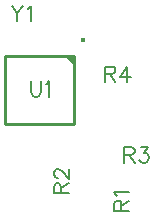
<source format=gto>
G04 DipTrace 3.3.1.1*
G04 TopSilk.gto*
%MOIN*%
G04 #@! TF.FileFunction,Legend,Top*
G04 #@! TF.Part,Single*
%ADD10C,0.009843*%
%ADD20O,0.016422X0.016542*%
%ADD44C,0.00772*%
%FSLAX26Y26*%
G04*
G70*
G90*
G75*
G01*
G04 TopSilk*
%LPD*%
X976928Y936257D2*
D10*
X748564D1*
Y707933D1*
X976928D1*
Y936257D1*
D20*
X1008043Y987910D3*
G36*
X976928Y936257D2*
X945435D1*
X976928Y904764D1*
Y936257D1*
G37*
X1135673Y419486D2*
D44*
Y440986D1*
X1133241Y448171D1*
X1130865Y450603D1*
X1126112Y452980D1*
X1121303D1*
X1116550Y450603D1*
X1114118Y448171D1*
X1111741Y440986D1*
Y419486D1*
X1161981D1*
X1135673Y436233D2*
X1161981Y452980D1*
X1121358Y468419D2*
X1118926Y473227D1*
X1111797Y480412D1*
X1161981D1*
X935255Y477487D2*
Y498987D1*
X932823Y506172D1*
X930447Y508604D1*
X925694Y510980D1*
X920885D1*
X916132Y508604D1*
X913700Y506172D1*
X911323Y498987D1*
Y477487D1*
X961563D1*
X935255Y494234D2*
X961563Y510980D1*
X923317Y528852D2*
X920940D1*
X916132Y531228D1*
X913755Y533605D1*
X911379Y538413D1*
Y547975D1*
X913755Y552728D1*
X916132Y555105D1*
X920940Y557536D1*
X925694D1*
X930502Y555105D1*
X937632Y550351D1*
X961563Y526420D1*
Y559913D1*
X1146238Y606156D2*
X1167738D1*
X1174923Y608588D1*
X1177354Y610965D1*
X1179731Y615718D1*
Y620526D1*
X1177354Y625279D1*
X1174923Y627711D1*
X1167738Y630088D1*
X1146238D1*
Y579848D1*
X1162984Y606156D2*
X1179731Y579848D1*
X1199979Y630032D2*
X1226232D1*
X1211917Y610909D1*
X1219102D1*
X1223855Y608533D1*
X1226232Y606156D1*
X1228664Y598971D1*
Y594218D1*
X1226232Y587033D1*
X1221479Y582224D1*
X1214294Y579848D1*
X1207108D1*
X1199979Y582224D1*
X1197602Y584656D1*
X1195170Y589409D1*
X1082549Y875323D2*
X1104049D1*
X1111234Y877755D1*
X1113666Y880132D1*
X1116043Y884885D1*
Y889693D1*
X1113666Y894447D1*
X1111234Y896879D1*
X1104049Y899255D1*
X1082549D1*
Y849015D1*
X1099296Y875323D2*
X1116043Y849015D1*
X1155414D2*
Y899200D1*
X1131482Y865762D1*
X1167352D1*
X834251Y850227D2*
Y814357D1*
X836628Y807172D1*
X841436Y802419D1*
X848621Y799987D1*
X853375D1*
X860560Y802419D1*
X865368Y807172D1*
X867745Y814357D1*
Y850227D1*
X883184Y840610D2*
X887992Y843042D1*
X895177Y850172D1*
Y799987D1*
X769866Y1101840D2*
X788989Y1077908D1*
Y1051600D1*
X808112Y1101840D2*
X788989Y1077908D1*
X823551Y1092223D2*
X828360Y1094655D1*
X835545Y1101784D1*
Y1051600D1*
M02*

</source>
